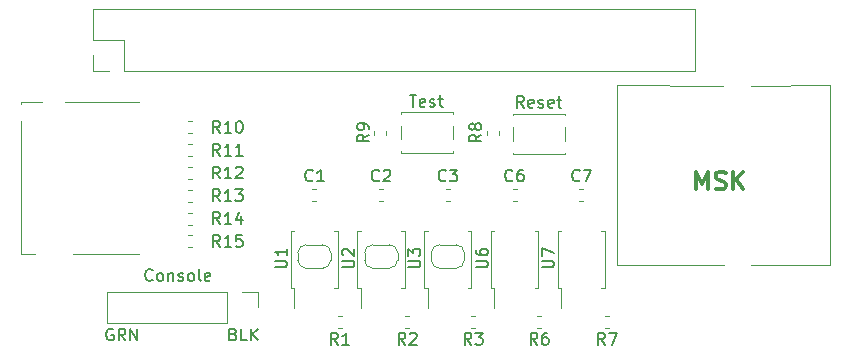
<source format=gto>
G04 #@! TF.GenerationSoftware,KiCad,Pcbnew,5.1.4*
G04 #@! TF.CreationDate,2019-09-05T15:24:29-04:00*
G04 #@! TF.ProjectId,ec-rpi-vid-prop,65632d72-7069-42d7-9669-642d70726f70,AA*
G04 #@! TF.SameCoordinates,Original*
G04 #@! TF.FileFunction,Legend,Top*
G04 #@! TF.FilePolarity,Positive*
%FSLAX46Y46*%
G04 Gerber Fmt 4.6, Leading zero omitted, Abs format (unit mm)*
G04 Created by KiCad (PCBNEW 5.1.4) date 2019-09-05 15:24:29*
%MOMM*%
%LPD*%
G04 APERTURE LIST*
%ADD10C,0.150000*%
%ADD11C,0.300000*%
%ADD12C,0.120000*%
G04 APERTURE END LIST*
D10*
X133332418Y-100674500D02*
X133903846Y-100674500D01*
X133618132Y-101674500D02*
X133618132Y-100674500D01*
X134618132Y-101626881D02*
X134522894Y-101674500D01*
X134332418Y-101674500D01*
X134237180Y-101626881D01*
X134189560Y-101531643D01*
X134189560Y-101150691D01*
X134237180Y-101055453D01*
X134332418Y-101007834D01*
X134522894Y-101007834D01*
X134618132Y-101055453D01*
X134665751Y-101150691D01*
X134665751Y-101245929D01*
X134189560Y-101341167D01*
X135046703Y-101626881D02*
X135141941Y-101674500D01*
X135332418Y-101674500D01*
X135427656Y-101626881D01*
X135475275Y-101531643D01*
X135475275Y-101484024D01*
X135427656Y-101388786D01*
X135332418Y-101341167D01*
X135189560Y-101341167D01*
X135094322Y-101293548D01*
X135046703Y-101198310D01*
X135046703Y-101150691D01*
X135094322Y-101055453D01*
X135189560Y-101007834D01*
X135332418Y-101007834D01*
X135427656Y-101055453D01*
X135760989Y-101007834D02*
X136141941Y-101007834D01*
X135903846Y-100674500D02*
X135903846Y-101531643D01*
X135951465Y-101626881D01*
X136046703Y-101674500D01*
X136141941Y-101674500D01*
X142998684Y-101725300D02*
X142665351Y-101249110D01*
X142427256Y-101725300D02*
X142427256Y-100725300D01*
X142808208Y-100725300D01*
X142903446Y-100772920D01*
X142951065Y-100820539D01*
X142998684Y-100915777D01*
X142998684Y-101058634D01*
X142951065Y-101153872D01*
X142903446Y-101201491D01*
X142808208Y-101249110D01*
X142427256Y-101249110D01*
X143808208Y-101677681D02*
X143712970Y-101725300D01*
X143522494Y-101725300D01*
X143427256Y-101677681D01*
X143379637Y-101582443D01*
X143379637Y-101201491D01*
X143427256Y-101106253D01*
X143522494Y-101058634D01*
X143712970Y-101058634D01*
X143808208Y-101106253D01*
X143855827Y-101201491D01*
X143855827Y-101296729D01*
X143379637Y-101391967D01*
X144236780Y-101677681D02*
X144332018Y-101725300D01*
X144522494Y-101725300D01*
X144617732Y-101677681D01*
X144665351Y-101582443D01*
X144665351Y-101534824D01*
X144617732Y-101439586D01*
X144522494Y-101391967D01*
X144379637Y-101391967D01*
X144284399Y-101344348D01*
X144236780Y-101249110D01*
X144236780Y-101201491D01*
X144284399Y-101106253D01*
X144379637Y-101058634D01*
X144522494Y-101058634D01*
X144617732Y-101106253D01*
X145474875Y-101677681D02*
X145379637Y-101725300D01*
X145189160Y-101725300D01*
X145093922Y-101677681D01*
X145046303Y-101582443D01*
X145046303Y-101201491D01*
X145093922Y-101106253D01*
X145189160Y-101058634D01*
X145379637Y-101058634D01*
X145474875Y-101106253D01*
X145522494Y-101201491D01*
X145522494Y-101296729D01*
X145046303Y-101391967D01*
X145808208Y-101058634D02*
X146189160Y-101058634D01*
X145951065Y-100725300D02*
X145951065Y-101582443D01*
X145998684Y-101677681D01*
X146093922Y-101725300D01*
X146189160Y-101725300D01*
X108219675Y-120483320D02*
X108124437Y-120435700D01*
X107981580Y-120435700D01*
X107838722Y-120483320D01*
X107743484Y-120578558D01*
X107695865Y-120673796D01*
X107648246Y-120864272D01*
X107648246Y-121007129D01*
X107695865Y-121197605D01*
X107743484Y-121292843D01*
X107838722Y-121388081D01*
X107981580Y-121435700D01*
X108076818Y-121435700D01*
X108219675Y-121388081D01*
X108267294Y-121340462D01*
X108267294Y-121007129D01*
X108076818Y-121007129D01*
X109267294Y-121435700D02*
X108933960Y-120959510D01*
X108695865Y-121435700D02*
X108695865Y-120435700D01*
X109076818Y-120435700D01*
X109172056Y-120483320D01*
X109219675Y-120530939D01*
X109267294Y-120626177D01*
X109267294Y-120769034D01*
X109219675Y-120864272D01*
X109172056Y-120911891D01*
X109076818Y-120959510D01*
X108695865Y-120959510D01*
X109695865Y-121435700D02*
X109695865Y-120435700D01*
X110267294Y-121435700D01*
X110267294Y-120435700D01*
X118409846Y-120911891D02*
X118552703Y-120959510D01*
X118600322Y-121007129D01*
X118647941Y-121102367D01*
X118647941Y-121245224D01*
X118600322Y-121340462D01*
X118552703Y-121388081D01*
X118457465Y-121435700D01*
X118076513Y-121435700D01*
X118076513Y-120435700D01*
X118409846Y-120435700D01*
X118505084Y-120483320D01*
X118552703Y-120530939D01*
X118600322Y-120626177D01*
X118600322Y-120721415D01*
X118552703Y-120816653D01*
X118505084Y-120864272D01*
X118409846Y-120911891D01*
X118076513Y-120911891D01*
X119552703Y-121435700D02*
X119076513Y-121435700D01*
X119076513Y-120435700D01*
X119886037Y-121435700D02*
X119886037Y-120435700D01*
X120457465Y-121435700D02*
X120028894Y-120864272D01*
X120457465Y-120435700D02*
X119886037Y-121007129D01*
X111563122Y-116311262D02*
X111515503Y-116358881D01*
X111372646Y-116406500D01*
X111277408Y-116406500D01*
X111134551Y-116358881D01*
X111039313Y-116263643D01*
X110991694Y-116168405D01*
X110944075Y-115977929D01*
X110944075Y-115835072D01*
X110991694Y-115644596D01*
X111039313Y-115549358D01*
X111134551Y-115454120D01*
X111277408Y-115406500D01*
X111372646Y-115406500D01*
X111515503Y-115454120D01*
X111563122Y-115501739D01*
X112134551Y-116406500D02*
X112039313Y-116358881D01*
X111991694Y-116311262D01*
X111944075Y-116216024D01*
X111944075Y-115930310D01*
X111991694Y-115835072D01*
X112039313Y-115787453D01*
X112134551Y-115739834D01*
X112277408Y-115739834D01*
X112372646Y-115787453D01*
X112420265Y-115835072D01*
X112467884Y-115930310D01*
X112467884Y-116216024D01*
X112420265Y-116311262D01*
X112372646Y-116358881D01*
X112277408Y-116406500D01*
X112134551Y-116406500D01*
X112896456Y-115739834D02*
X112896456Y-116406500D01*
X112896456Y-115835072D02*
X112944075Y-115787453D01*
X113039313Y-115739834D01*
X113182170Y-115739834D01*
X113277408Y-115787453D01*
X113325027Y-115882691D01*
X113325027Y-116406500D01*
X113753599Y-116358881D02*
X113848837Y-116406500D01*
X114039313Y-116406500D01*
X114134551Y-116358881D01*
X114182170Y-116263643D01*
X114182170Y-116216024D01*
X114134551Y-116120786D01*
X114039313Y-116073167D01*
X113896456Y-116073167D01*
X113801218Y-116025548D01*
X113753599Y-115930310D01*
X113753599Y-115882691D01*
X113801218Y-115787453D01*
X113896456Y-115739834D01*
X114039313Y-115739834D01*
X114134551Y-115787453D01*
X114753599Y-116406500D02*
X114658360Y-116358881D01*
X114610741Y-116311262D01*
X114563122Y-116216024D01*
X114563122Y-115930310D01*
X114610741Y-115835072D01*
X114658360Y-115787453D01*
X114753599Y-115739834D01*
X114896456Y-115739834D01*
X114991694Y-115787453D01*
X115039313Y-115835072D01*
X115086932Y-115930310D01*
X115086932Y-116216024D01*
X115039313Y-116311262D01*
X114991694Y-116358881D01*
X114896456Y-116406500D01*
X114753599Y-116406500D01*
X115658360Y-116406500D02*
X115563122Y-116358881D01*
X115515503Y-116263643D01*
X115515503Y-115406500D01*
X116420265Y-116358881D02*
X116325027Y-116406500D01*
X116134551Y-116406500D01*
X116039313Y-116358881D01*
X115991694Y-116263643D01*
X115991694Y-115882691D01*
X116039313Y-115787453D01*
X116134551Y-115739834D01*
X116325027Y-115739834D01*
X116420265Y-115787453D01*
X116467884Y-115882691D01*
X116467884Y-115977929D01*
X115991694Y-116073167D01*
D11*
X157588694Y-108657091D02*
X157588694Y-107157091D01*
X158088694Y-108228520D01*
X158588694Y-107157091D01*
X158588694Y-108657091D01*
X159231551Y-108585662D02*
X159445837Y-108657091D01*
X159802980Y-108657091D01*
X159945837Y-108585662D01*
X160017265Y-108514234D01*
X160088694Y-108371377D01*
X160088694Y-108228520D01*
X160017265Y-108085662D01*
X159945837Y-108014234D01*
X159802980Y-107942805D01*
X159517265Y-107871377D01*
X159374408Y-107799948D01*
X159302980Y-107728520D01*
X159231551Y-107585662D01*
X159231551Y-107442805D01*
X159302980Y-107299948D01*
X159374408Y-107228520D01*
X159517265Y-107157091D01*
X159874408Y-107157091D01*
X160088694Y-107228520D01*
X160731551Y-108657091D02*
X160731551Y-107157091D01*
X161588694Y-108657091D02*
X160945837Y-107799948D01*
X161588694Y-107157091D02*
X160731551Y-108014234D01*
D12*
X133308247Y-120426520D02*
X132965713Y-120426520D01*
X133308247Y-119406520D02*
X132965713Y-119406520D01*
X144484247Y-120426520D02*
X144141713Y-120426520D01*
X144484247Y-119406520D02*
X144141713Y-119406520D01*
X125962980Y-113328520D02*
G75*
G02X126662980Y-114028520I0J-700000D01*
G01*
X126662980Y-114628520D02*
G75*
G02X125962980Y-115328520I-700000J0D01*
G01*
X124562980Y-115328520D02*
G75*
G02X123862980Y-114628520I0J700000D01*
G01*
X123862980Y-114028520D02*
G75*
G02X124562980Y-113328520I700000J0D01*
G01*
X123862980Y-114628520D02*
X123862980Y-114028520D01*
X125962980Y-115328520D02*
X124562980Y-115328520D01*
X126662980Y-114028520D02*
X126662980Y-114628520D01*
X124562980Y-113328520D02*
X125962980Y-113328520D01*
X114893247Y-108687720D02*
X114550713Y-108687720D01*
X114893247Y-109707720D02*
X114550713Y-109707720D01*
X136987980Y-102138320D02*
X132587980Y-102138320D01*
X132587980Y-102138320D02*
X132587980Y-102258320D01*
X132587980Y-103268320D02*
X132587980Y-104408320D01*
X132587980Y-105418320D02*
X132587980Y-105538320D01*
X132587980Y-105538320D02*
X136987980Y-105538320D01*
X136987980Y-105538320D02*
X136987980Y-105418320D01*
X136987980Y-104408320D02*
X136987980Y-103268320D01*
X136987980Y-102258320D02*
X136987980Y-102138320D01*
X146512980Y-102265320D02*
X142112980Y-102265320D01*
X142112980Y-102265320D02*
X142112980Y-102385320D01*
X142112980Y-103395320D02*
X142112980Y-104535320D01*
X142112980Y-105545320D02*
X142112980Y-105665320D01*
X142112980Y-105665320D02*
X146512980Y-105665320D01*
X146512980Y-105665320D02*
X146512980Y-105545320D01*
X146512980Y-104535320D02*
X146512980Y-103395320D01*
X146512980Y-102385320D02*
X146512980Y-102265320D01*
X114893247Y-112548520D02*
X114550713Y-112548520D01*
X114893247Y-113568520D02*
X114550713Y-113568520D01*
X114893247Y-110618120D02*
X114550713Y-110618120D01*
X114893247Y-111638120D02*
X114550713Y-111638120D01*
X114893247Y-106757320D02*
X114550713Y-106757320D01*
X114893247Y-107777320D02*
X114550713Y-107777320D01*
X114893247Y-104826920D02*
X114550713Y-104826920D01*
X114893247Y-105846920D02*
X114550713Y-105846920D01*
X114893247Y-102896520D02*
X114550713Y-102896520D01*
X114893247Y-103916520D02*
X114550713Y-103916520D01*
X100427980Y-101399520D02*
X100427980Y-101289520D01*
X101587980Y-114159520D02*
X100427980Y-114159520D01*
X100427980Y-114159520D02*
X100427980Y-102899520D01*
X100427980Y-101289520D02*
X102237980Y-101289520D01*
X104837980Y-114159520D02*
X110437980Y-114159520D01*
X104137980Y-101289520D02*
X110437980Y-101289520D01*
X120496980Y-117316520D02*
X120496980Y-118646520D01*
X119166980Y-117316520D02*
X120496980Y-117316520D01*
X117896980Y-117316520D02*
X117896980Y-119976520D01*
X117896980Y-119976520D02*
X107676980Y-119976520D01*
X117896980Y-117316520D02*
X107676980Y-117316520D01*
X107676980Y-117316520D02*
X107676980Y-119976520D01*
X140217480Y-112182520D02*
X140517480Y-112182520D01*
X140217480Y-116982520D02*
X140217480Y-112182520D01*
X140517480Y-116982520D02*
X140217480Y-116982520D01*
X144217480Y-116982520D02*
X143917480Y-116982520D01*
X144217480Y-112182520D02*
X144217480Y-116982520D01*
X143917480Y-112182520D02*
X144217480Y-112182520D01*
X140517480Y-116982520D02*
X140517480Y-118682520D01*
X168946980Y-115085520D02*
X168946980Y-99845520D01*
X150916980Y-99845520D02*
X159906980Y-99855520D01*
X150916980Y-99845520D02*
X150916980Y-115085520D01*
X150916980Y-115085520D02*
X159916980Y-115085520D01*
X162246980Y-99855520D02*
X168946980Y-99845520D01*
X162236980Y-115085520D02*
X168946980Y-115085520D01*
X157460000Y-98600000D02*
X157460000Y-93400000D01*
X109140000Y-98600000D02*
X157460000Y-98600000D01*
X106540000Y-93400000D02*
X157460000Y-93400000D01*
X109140000Y-98600000D02*
X109140000Y-96000000D01*
X109140000Y-96000000D02*
X106540000Y-96000000D01*
X106540000Y-96000000D02*
X106540000Y-93400000D01*
X107870000Y-98600000D02*
X106540000Y-98600000D01*
X106540000Y-98600000D02*
X106540000Y-97270000D01*
X136737247Y-109631520D02*
X136394713Y-109631520D01*
X136737247Y-108611520D02*
X136394713Y-108611520D01*
X142388747Y-108611520D02*
X142046213Y-108611520D01*
X142388747Y-109631520D02*
X142046213Y-109631520D01*
X127593247Y-119406520D02*
X127250713Y-119406520D01*
X127593247Y-120426520D02*
X127250713Y-120426520D01*
X138896247Y-119406520D02*
X138553713Y-119406520D01*
X138896247Y-120426520D02*
X138553713Y-120426520D01*
X123262980Y-112182520D02*
X123562980Y-112182520D01*
X123262980Y-116982520D02*
X123262980Y-112182520D01*
X123562980Y-116982520D02*
X123262980Y-116982520D01*
X127262980Y-116982520D02*
X126962980Y-116982520D01*
X127262980Y-112182520D02*
X127262980Y-116982520D01*
X126962980Y-112182520D02*
X127262980Y-112182520D01*
X123562980Y-116982520D02*
X123562980Y-118682520D01*
X128914480Y-112182520D02*
X129214480Y-112182520D01*
X128914480Y-116982520D02*
X128914480Y-112182520D01*
X129214480Y-116982520D02*
X128914480Y-116982520D01*
X132914480Y-116982520D02*
X132614480Y-116982520D01*
X132914480Y-112182520D02*
X132914480Y-116982520D01*
X132614480Y-112182520D02*
X132914480Y-112182520D01*
X129214480Y-116982520D02*
X129214480Y-118682520D01*
X134865980Y-116982520D02*
X134865980Y-118682520D01*
X138265980Y-112182520D02*
X138565980Y-112182520D01*
X138565980Y-112182520D02*
X138565980Y-116982520D01*
X138565980Y-116982520D02*
X138265980Y-116982520D01*
X134865980Y-116982520D02*
X134565980Y-116982520D01*
X134565980Y-116982520D02*
X134565980Y-112182520D01*
X134565980Y-112182520D02*
X134865980Y-112182520D01*
X146168980Y-116982520D02*
X146168980Y-118682520D01*
X149568980Y-112182520D02*
X149868980Y-112182520D01*
X149868980Y-112182520D02*
X149868980Y-116982520D01*
X149868980Y-116982520D02*
X149568980Y-116982520D01*
X146168980Y-116982520D02*
X145868980Y-116982520D01*
X145868980Y-116982520D02*
X145868980Y-112182520D01*
X145868980Y-112182520D02*
X146168980Y-112182520D01*
X125434247Y-109631520D02*
X125091713Y-109631520D01*
X125434247Y-108611520D02*
X125091713Y-108611520D01*
X131085747Y-108611520D02*
X130743213Y-108611520D01*
X131085747Y-109631520D02*
X130743213Y-109631520D01*
X150199247Y-119406520D02*
X149856713Y-119406520D01*
X150199247Y-120426520D02*
X149856713Y-120426520D01*
X140885980Y-104009587D02*
X140885980Y-103667053D01*
X139865980Y-104009587D02*
X139865980Y-103667053D01*
X130340980Y-104009587D02*
X130340980Y-103667053D01*
X131360980Y-104009587D02*
X131360980Y-103667053D01*
X130214480Y-113328520D02*
X131614480Y-113328520D01*
X132314480Y-114028520D02*
X132314480Y-114628520D01*
X131614480Y-115328520D02*
X130214480Y-115328520D01*
X129514480Y-114628520D02*
X129514480Y-114028520D01*
X129514480Y-114028520D02*
G75*
G02X130214480Y-113328520I700000J0D01*
G01*
X130214480Y-115328520D02*
G75*
G02X129514480Y-114628520I0J700000D01*
G01*
X132314480Y-114628520D02*
G75*
G02X131614480Y-115328520I-700000J0D01*
G01*
X131614480Y-113328520D02*
G75*
G02X132314480Y-114028520I0J-700000D01*
G01*
X137265980Y-113328520D02*
G75*
G02X137965980Y-114028520I0J-700000D01*
G01*
X137965980Y-114628520D02*
G75*
G02X137265980Y-115328520I-700000J0D01*
G01*
X135865980Y-115328520D02*
G75*
G02X135165980Y-114628520I0J700000D01*
G01*
X135165980Y-114028520D02*
G75*
G02X135865980Y-113328520I700000J0D01*
G01*
X135165980Y-114628520D02*
X135165980Y-114028520D01*
X137265980Y-115328520D02*
X135865980Y-115328520D01*
X137965980Y-114028520D02*
X137965980Y-114628520D01*
X135865980Y-113328520D02*
X137265980Y-113328520D01*
X148040247Y-109631520D02*
X147697713Y-109631520D01*
X148040247Y-108611520D02*
X147697713Y-108611520D01*
D10*
X132970313Y-121798900D02*
X132636980Y-121322710D01*
X132398884Y-121798900D02*
X132398884Y-120798900D01*
X132779837Y-120798900D01*
X132875075Y-120846520D01*
X132922694Y-120894139D01*
X132970313Y-120989377D01*
X132970313Y-121132234D01*
X132922694Y-121227472D01*
X132875075Y-121275091D01*
X132779837Y-121322710D01*
X132398884Y-121322710D01*
X133351265Y-120894139D02*
X133398884Y-120846520D01*
X133494122Y-120798900D01*
X133732218Y-120798900D01*
X133827456Y-120846520D01*
X133875075Y-120894139D01*
X133922694Y-120989377D01*
X133922694Y-121084615D01*
X133875075Y-121227472D01*
X133303646Y-121798900D01*
X133922694Y-121798900D01*
X144146313Y-121798900D02*
X143812980Y-121322710D01*
X143574884Y-121798900D02*
X143574884Y-120798900D01*
X143955837Y-120798900D01*
X144051075Y-120846520D01*
X144098694Y-120894139D01*
X144146313Y-120989377D01*
X144146313Y-121132234D01*
X144098694Y-121227472D01*
X144051075Y-121275091D01*
X143955837Y-121322710D01*
X143574884Y-121322710D01*
X145003456Y-120798900D02*
X144812980Y-120798900D01*
X144717741Y-120846520D01*
X144670122Y-120894139D01*
X144574884Y-121036996D01*
X144527265Y-121227472D01*
X144527265Y-121608424D01*
X144574884Y-121703662D01*
X144622503Y-121751281D01*
X144717741Y-121798900D01*
X144908218Y-121798900D01*
X145003456Y-121751281D01*
X145051075Y-121703662D01*
X145098694Y-121608424D01*
X145098694Y-121370329D01*
X145051075Y-121275091D01*
X145003456Y-121227472D01*
X144908218Y-121179853D01*
X144717741Y-121179853D01*
X144622503Y-121227472D01*
X144574884Y-121275091D01*
X144527265Y-121370329D01*
X117279522Y-109650100D02*
X116946189Y-109173910D01*
X116708094Y-109650100D02*
X116708094Y-108650100D01*
X117089046Y-108650100D01*
X117184284Y-108697720D01*
X117231903Y-108745339D01*
X117279522Y-108840577D01*
X117279522Y-108983434D01*
X117231903Y-109078672D01*
X117184284Y-109126291D01*
X117089046Y-109173910D01*
X116708094Y-109173910D01*
X118231903Y-109650100D02*
X117660475Y-109650100D01*
X117946189Y-109650100D02*
X117946189Y-108650100D01*
X117850951Y-108792958D01*
X117755713Y-108888196D01*
X117660475Y-108935815D01*
X118565237Y-108650100D02*
X119184284Y-108650100D01*
X118850951Y-109031053D01*
X118993808Y-109031053D01*
X119089046Y-109078672D01*
X119136665Y-109126291D01*
X119184284Y-109221529D01*
X119184284Y-109459624D01*
X119136665Y-109554862D01*
X119089046Y-109602481D01*
X118993808Y-109650100D01*
X118708094Y-109650100D01*
X118612856Y-109602481D01*
X118565237Y-109554862D01*
X117279522Y-113510900D02*
X116946189Y-113034710D01*
X116708094Y-113510900D02*
X116708094Y-112510900D01*
X117089046Y-112510900D01*
X117184284Y-112558520D01*
X117231903Y-112606139D01*
X117279522Y-112701377D01*
X117279522Y-112844234D01*
X117231903Y-112939472D01*
X117184284Y-112987091D01*
X117089046Y-113034710D01*
X116708094Y-113034710D01*
X118231903Y-113510900D02*
X117660475Y-113510900D01*
X117946189Y-113510900D02*
X117946189Y-112510900D01*
X117850951Y-112653758D01*
X117755713Y-112748996D01*
X117660475Y-112796615D01*
X119136665Y-112510900D02*
X118660475Y-112510900D01*
X118612856Y-112987091D01*
X118660475Y-112939472D01*
X118755713Y-112891853D01*
X118993808Y-112891853D01*
X119089046Y-112939472D01*
X119136665Y-112987091D01*
X119184284Y-113082329D01*
X119184284Y-113320424D01*
X119136665Y-113415662D01*
X119089046Y-113463281D01*
X118993808Y-113510900D01*
X118755713Y-113510900D01*
X118660475Y-113463281D01*
X118612856Y-113415662D01*
X117279522Y-111580500D02*
X116946189Y-111104310D01*
X116708094Y-111580500D02*
X116708094Y-110580500D01*
X117089046Y-110580500D01*
X117184284Y-110628120D01*
X117231903Y-110675739D01*
X117279522Y-110770977D01*
X117279522Y-110913834D01*
X117231903Y-111009072D01*
X117184284Y-111056691D01*
X117089046Y-111104310D01*
X116708094Y-111104310D01*
X118231903Y-111580500D02*
X117660475Y-111580500D01*
X117946189Y-111580500D02*
X117946189Y-110580500D01*
X117850951Y-110723358D01*
X117755713Y-110818596D01*
X117660475Y-110866215D01*
X119089046Y-110913834D02*
X119089046Y-111580500D01*
X118850951Y-110532881D02*
X118612856Y-111247167D01*
X119231903Y-111247167D01*
X117279522Y-107719700D02*
X116946189Y-107243510D01*
X116708094Y-107719700D02*
X116708094Y-106719700D01*
X117089046Y-106719700D01*
X117184284Y-106767320D01*
X117231903Y-106814939D01*
X117279522Y-106910177D01*
X117279522Y-107053034D01*
X117231903Y-107148272D01*
X117184284Y-107195891D01*
X117089046Y-107243510D01*
X116708094Y-107243510D01*
X118231903Y-107719700D02*
X117660475Y-107719700D01*
X117946189Y-107719700D02*
X117946189Y-106719700D01*
X117850951Y-106862558D01*
X117755713Y-106957796D01*
X117660475Y-107005415D01*
X118612856Y-106814939D02*
X118660475Y-106767320D01*
X118755713Y-106719700D01*
X118993808Y-106719700D01*
X119089046Y-106767320D01*
X119136665Y-106814939D01*
X119184284Y-106910177D01*
X119184284Y-107005415D01*
X119136665Y-107148272D01*
X118565237Y-107719700D01*
X119184284Y-107719700D01*
X117279522Y-105789300D02*
X116946189Y-105313110D01*
X116708094Y-105789300D02*
X116708094Y-104789300D01*
X117089046Y-104789300D01*
X117184284Y-104836920D01*
X117231903Y-104884539D01*
X117279522Y-104979777D01*
X117279522Y-105122634D01*
X117231903Y-105217872D01*
X117184284Y-105265491D01*
X117089046Y-105313110D01*
X116708094Y-105313110D01*
X118231903Y-105789300D02*
X117660475Y-105789300D01*
X117946189Y-105789300D02*
X117946189Y-104789300D01*
X117850951Y-104932158D01*
X117755713Y-105027396D01*
X117660475Y-105075015D01*
X119184284Y-105789300D02*
X118612856Y-105789300D01*
X118898570Y-105789300D02*
X118898570Y-104789300D01*
X118803332Y-104932158D01*
X118708094Y-105027396D01*
X118612856Y-105075015D01*
X117279522Y-103858900D02*
X116946189Y-103382710D01*
X116708094Y-103858900D02*
X116708094Y-102858900D01*
X117089046Y-102858900D01*
X117184284Y-102906520D01*
X117231903Y-102954139D01*
X117279522Y-103049377D01*
X117279522Y-103192234D01*
X117231903Y-103287472D01*
X117184284Y-103335091D01*
X117089046Y-103382710D01*
X116708094Y-103382710D01*
X118231903Y-103858900D02*
X117660475Y-103858900D01*
X117946189Y-103858900D02*
X117946189Y-102858900D01*
X117850951Y-103001758D01*
X117755713Y-103096996D01*
X117660475Y-103144615D01*
X118850951Y-102858900D02*
X118946189Y-102858900D01*
X119041427Y-102906520D01*
X119089046Y-102954139D01*
X119136665Y-103049377D01*
X119184284Y-103239853D01*
X119184284Y-103477948D01*
X119136665Y-103668424D01*
X119089046Y-103763662D01*
X119041427Y-103811281D01*
X118946189Y-103858900D01*
X118850951Y-103858900D01*
X118755713Y-103811281D01*
X118708094Y-103763662D01*
X118660475Y-103668424D01*
X118612856Y-103477948D01*
X118612856Y-103239853D01*
X118660475Y-103049377D01*
X118708094Y-102954139D01*
X118755713Y-102906520D01*
X118850951Y-102858900D01*
X138939360Y-115244424D02*
X139748884Y-115244424D01*
X139844122Y-115196805D01*
X139891741Y-115149186D01*
X139939360Y-115053948D01*
X139939360Y-114863472D01*
X139891741Y-114768234D01*
X139844122Y-114720615D01*
X139748884Y-114672996D01*
X138939360Y-114672996D01*
X138939360Y-113768234D02*
X138939360Y-113958710D01*
X138986980Y-114053948D01*
X139034599Y-114101567D01*
X139177456Y-114196805D01*
X139367932Y-114244424D01*
X139748884Y-114244424D01*
X139844122Y-114196805D01*
X139891741Y-114149186D01*
X139939360Y-114053948D01*
X139939360Y-113863472D01*
X139891741Y-113768234D01*
X139844122Y-113720615D01*
X139748884Y-113672996D01*
X139510789Y-113672996D01*
X139415551Y-113720615D01*
X139367932Y-113768234D01*
X139320313Y-113863472D01*
X139320313Y-114053948D01*
X139367932Y-114149186D01*
X139415551Y-114196805D01*
X139510789Y-114244424D01*
X136399313Y-107878462D02*
X136351694Y-107926081D01*
X136208837Y-107973700D01*
X136113599Y-107973700D01*
X135970741Y-107926081D01*
X135875503Y-107830843D01*
X135827884Y-107735605D01*
X135780265Y-107545129D01*
X135780265Y-107402272D01*
X135827884Y-107211796D01*
X135875503Y-107116558D01*
X135970741Y-107021320D01*
X136113599Y-106973700D01*
X136208837Y-106973700D01*
X136351694Y-107021320D01*
X136399313Y-107068939D01*
X136732646Y-106973700D02*
X137351694Y-106973700D01*
X137018360Y-107354653D01*
X137161218Y-107354653D01*
X137256456Y-107402272D01*
X137304075Y-107449891D01*
X137351694Y-107545129D01*
X137351694Y-107783224D01*
X137304075Y-107878462D01*
X137256456Y-107926081D01*
X137161218Y-107973700D01*
X136875503Y-107973700D01*
X136780265Y-107926081D01*
X136732646Y-107878462D01*
X142038113Y-107878462D02*
X141990494Y-107926081D01*
X141847637Y-107973700D01*
X141752399Y-107973700D01*
X141609541Y-107926081D01*
X141514303Y-107830843D01*
X141466684Y-107735605D01*
X141419065Y-107545129D01*
X141419065Y-107402272D01*
X141466684Y-107211796D01*
X141514303Y-107116558D01*
X141609541Y-107021320D01*
X141752399Y-106973700D01*
X141847637Y-106973700D01*
X141990494Y-107021320D01*
X142038113Y-107068939D01*
X142895256Y-106973700D02*
X142704780Y-106973700D01*
X142609541Y-107021320D01*
X142561922Y-107068939D01*
X142466684Y-107211796D01*
X142419065Y-107402272D01*
X142419065Y-107783224D01*
X142466684Y-107878462D01*
X142514303Y-107926081D01*
X142609541Y-107973700D01*
X142800018Y-107973700D01*
X142895256Y-107926081D01*
X142942875Y-107878462D01*
X142990494Y-107783224D01*
X142990494Y-107545129D01*
X142942875Y-107449891D01*
X142895256Y-107402272D01*
X142800018Y-107354653D01*
X142609541Y-107354653D01*
X142514303Y-107402272D01*
X142466684Y-107449891D01*
X142419065Y-107545129D01*
X127255313Y-121798900D02*
X126921980Y-121322710D01*
X126683884Y-121798900D02*
X126683884Y-120798900D01*
X127064837Y-120798900D01*
X127160075Y-120846520D01*
X127207694Y-120894139D01*
X127255313Y-120989377D01*
X127255313Y-121132234D01*
X127207694Y-121227472D01*
X127160075Y-121275091D01*
X127064837Y-121322710D01*
X126683884Y-121322710D01*
X128207694Y-121798900D02*
X127636265Y-121798900D01*
X127921980Y-121798900D02*
X127921980Y-120798900D01*
X127826741Y-120941758D01*
X127731503Y-121036996D01*
X127636265Y-121084615D01*
X138558313Y-121798900D02*
X138224980Y-121322710D01*
X137986884Y-121798900D02*
X137986884Y-120798900D01*
X138367837Y-120798900D01*
X138463075Y-120846520D01*
X138510694Y-120894139D01*
X138558313Y-120989377D01*
X138558313Y-121132234D01*
X138510694Y-121227472D01*
X138463075Y-121275091D01*
X138367837Y-121322710D01*
X137986884Y-121322710D01*
X138891646Y-120798900D02*
X139510694Y-120798900D01*
X139177360Y-121179853D01*
X139320218Y-121179853D01*
X139415456Y-121227472D01*
X139463075Y-121275091D01*
X139510694Y-121370329D01*
X139510694Y-121608424D01*
X139463075Y-121703662D01*
X139415456Y-121751281D01*
X139320218Y-121798900D01*
X139034503Y-121798900D01*
X138939265Y-121751281D01*
X138891646Y-121703662D01*
X121921360Y-115244424D02*
X122730884Y-115244424D01*
X122826122Y-115196805D01*
X122873741Y-115149186D01*
X122921360Y-115053948D01*
X122921360Y-114863472D01*
X122873741Y-114768234D01*
X122826122Y-114720615D01*
X122730884Y-114672996D01*
X121921360Y-114672996D01*
X122921360Y-113672996D02*
X122921360Y-114244424D01*
X122921360Y-113958710D02*
X121921360Y-113958710D01*
X122064218Y-114053948D01*
X122159456Y-114149186D01*
X122207075Y-114244424D01*
X127636360Y-115244424D02*
X128445884Y-115244424D01*
X128541122Y-115196805D01*
X128588741Y-115149186D01*
X128636360Y-115053948D01*
X128636360Y-114863472D01*
X128588741Y-114768234D01*
X128541122Y-114720615D01*
X128445884Y-114672996D01*
X127636360Y-114672996D01*
X127731599Y-114244424D02*
X127683980Y-114196805D01*
X127636360Y-114101567D01*
X127636360Y-113863472D01*
X127683980Y-113768234D01*
X127731599Y-113720615D01*
X127826837Y-113672996D01*
X127922075Y-113672996D01*
X128064932Y-113720615D01*
X128636360Y-114292043D01*
X128636360Y-113672996D01*
X133224360Y-115244424D02*
X134033884Y-115244424D01*
X134129122Y-115196805D01*
X134176741Y-115149186D01*
X134224360Y-115053948D01*
X134224360Y-114863472D01*
X134176741Y-114768234D01*
X134129122Y-114720615D01*
X134033884Y-114672996D01*
X133224360Y-114672996D01*
X133224360Y-114292043D02*
X133224360Y-113672996D01*
X133605313Y-114006329D01*
X133605313Y-113863472D01*
X133652932Y-113768234D01*
X133700551Y-113720615D01*
X133795789Y-113672996D01*
X134033884Y-113672996D01*
X134129122Y-113720615D01*
X134176741Y-113768234D01*
X134224360Y-113863472D01*
X134224360Y-114149186D01*
X134176741Y-114244424D01*
X134129122Y-114292043D01*
X144527360Y-115244424D02*
X145336884Y-115244424D01*
X145432122Y-115196805D01*
X145479741Y-115149186D01*
X145527360Y-115053948D01*
X145527360Y-114863472D01*
X145479741Y-114768234D01*
X145432122Y-114720615D01*
X145336884Y-114672996D01*
X144527360Y-114672996D01*
X144527360Y-114292043D02*
X144527360Y-113625377D01*
X145527360Y-114053948D01*
X125121713Y-107878462D02*
X125074094Y-107926081D01*
X124931237Y-107973700D01*
X124835999Y-107973700D01*
X124693141Y-107926081D01*
X124597903Y-107830843D01*
X124550284Y-107735605D01*
X124502665Y-107545129D01*
X124502665Y-107402272D01*
X124550284Y-107211796D01*
X124597903Y-107116558D01*
X124693141Y-107021320D01*
X124835999Y-106973700D01*
X124931237Y-106973700D01*
X125074094Y-107021320D01*
X125121713Y-107068939D01*
X126074094Y-107973700D02*
X125502665Y-107973700D01*
X125788380Y-107973700D02*
X125788380Y-106973700D01*
X125693141Y-107116558D01*
X125597903Y-107211796D01*
X125502665Y-107259415D01*
X130760513Y-107878462D02*
X130712894Y-107926081D01*
X130570037Y-107973700D01*
X130474799Y-107973700D01*
X130331941Y-107926081D01*
X130236703Y-107830843D01*
X130189084Y-107735605D01*
X130141465Y-107545129D01*
X130141465Y-107402272D01*
X130189084Y-107211796D01*
X130236703Y-107116558D01*
X130331941Y-107021320D01*
X130474799Y-106973700D01*
X130570037Y-106973700D01*
X130712894Y-107021320D01*
X130760513Y-107068939D01*
X131141465Y-107068939D02*
X131189084Y-107021320D01*
X131284322Y-106973700D01*
X131522418Y-106973700D01*
X131617656Y-107021320D01*
X131665275Y-107068939D01*
X131712894Y-107164177D01*
X131712894Y-107259415D01*
X131665275Y-107402272D01*
X131093846Y-107973700D01*
X131712894Y-107973700D01*
X149861313Y-121798900D02*
X149527980Y-121322710D01*
X149289884Y-121798900D02*
X149289884Y-120798900D01*
X149670837Y-120798900D01*
X149766075Y-120846520D01*
X149813694Y-120894139D01*
X149861313Y-120989377D01*
X149861313Y-121132234D01*
X149813694Y-121227472D01*
X149766075Y-121275091D01*
X149670837Y-121322710D01*
X149289884Y-121322710D01*
X150194646Y-120798900D02*
X150861313Y-120798900D01*
X150432741Y-121798900D01*
X139398360Y-104004986D02*
X138922170Y-104338320D01*
X139398360Y-104576415D02*
X138398360Y-104576415D01*
X138398360Y-104195462D01*
X138445980Y-104100224D01*
X138493599Y-104052605D01*
X138588837Y-104004986D01*
X138731694Y-104004986D01*
X138826932Y-104052605D01*
X138874551Y-104100224D01*
X138922170Y-104195462D01*
X138922170Y-104576415D01*
X138826932Y-103433558D02*
X138779313Y-103528796D01*
X138731694Y-103576415D01*
X138636456Y-103624034D01*
X138588837Y-103624034D01*
X138493599Y-103576415D01*
X138445980Y-103528796D01*
X138398360Y-103433558D01*
X138398360Y-103243081D01*
X138445980Y-103147843D01*
X138493599Y-103100224D01*
X138588837Y-103052605D01*
X138636456Y-103052605D01*
X138731694Y-103100224D01*
X138779313Y-103147843D01*
X138826932Y-103243081D01*
X138826932Y-103433558D01*
X138874551Y-103528796D01*
X138922170Y-103576415D01*
X139017408Y-103624034D01*
X139207884Y-103624034D01*
X139303122Y-103576415D01*
X139350741Y-103528796D01*
X139398360Y-103433558D01*
X139398360Y-103243081D01*
X139350741Y-103147843D01*
X139303122Y-103100224D01*
X139207884Y-103052605D01*
X139017408Y-103052605D01*
X138922170Y-103100224D01*
X138874551Y-103147843D01*
X138826932Y-103243081D01*
X129873360Y-104004986D02*
X129397170Y-104338320D01*
X129873360Y-104576415D02*
X128873360Y-104576415D01*
X128873360Y-104195462D01*
X128920980Y-104100224D01*
X128968599Y-104052605D01*
X129063837Y-104004986D01*
X129206694Y-104004986D01*
X129301932Y-104052605D01*
X129349551Y-104100224D01*
X129397170Y-104195462D01*
X129397170Y-104576415D01*
X129873360Y-103528796D02*
X129873360Y-103338320D01*
X129825741Y-103243081D01*
X129778122Y-103195462D01*
X129635265Y-103100224D01*
X129444789Y-103052605D01*
X129063837Y-103052605D01*
X128968599Y-103100224D01*
X128920980Y-103147843D01*
X128873360Y-103243081D01*
X128873360Y-103433558D01*
X128920980Y-103528796D01*
X128968599Y-103576415D01*
X129063837Y-103624034D01*
X129301932Y-103624034D01*
X129397170Y-103576415D01*
X129444789Y-103528796D01*
X129492408Y-103433558D01*
X129492408Y-103243081D01*
X129444789Y-103147843D01*
X129397170Y-103100224D01*
X129301932Y-103052605D01*
X147727713Y-107878462D02*
X147680094Y-107926081D01*
X147537237Y-107973700D01*
X147441999Y-107973700D01*
X147299141Y-107926081D01*
X147203903Y-107830843D01*
X147156284Y-107735605D01*
X147108665Y-107545129D01*
X147108665Y-107402272D01*
X147156284Y-107211796D01*
X147203903Y-107116558D01*
X147299141Y-107021320D01*
X147441999Y-106973700D01*
X147537237Y-106973700D01*
X147680094Y-107021320D01*
X147727713Y-107068939D01*
X148061046Y-106973700D02*
X148727713Y-106973700D01*
X148299141Y-107973700D01*
M02*

</source>
